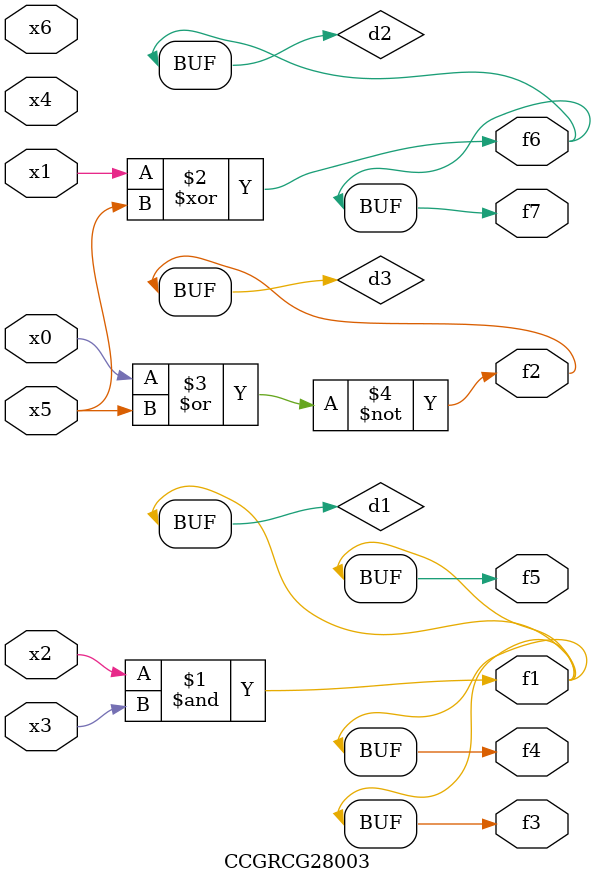
<source format=v>
module CCGRCG28003(
	input x0, x1, x2, x3, x4, x5, x6,
	output f1, f2, f3, f4, f5, f6, f7
);

	wire d1, d2, d3;

	and (d1, x2, x3);
	xor (d2, x1, x5);
	nor (d3, x0, x5);
	assign f1 = d1;
	assign f2 = d3;
	assign f3 = d1;
	assign f4 = d1;
	assign f5 = d1;
	assign f6 = d2;
	assign f7 = d2;
endmodule

</source>
